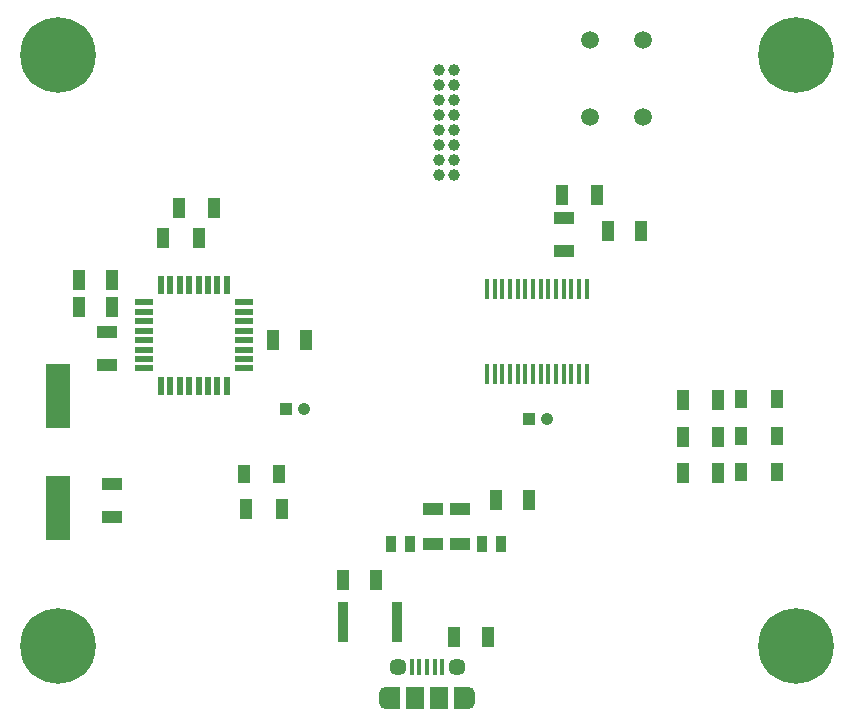
<source format=gts>
G04 #@! TF.GenerationSoftware,KiCad,Pcbnew,(5.1.9)-1*
G04 #@! TF.CreationDate,2021-05-02T01:08:58+02:00*
G04 #@! TF.ProjectId,atmega32,61746d65-6761-4333-922e-6b696361645f,rev?*
G04 #@! TF.SameCoordinates,Original*
G04 #@! TF.FileFunction,Soldermask,Top*
G04 #@! TF.FilePolarity,Negative*
%FSLAX46Y46*%
G04 Gerber Fmt 4.6, Leading zero omitted, Abs format (unit mm)*
G04 Created by KiCad (PCBNEW (5.1.9)-1) date 2021-05-02 01:08:58*
%MOMM*%
%LPD*%
G01*
G04 APERTURE LIST*
%ADD10C,1.500000*%
%ADD11R,1.020000X1.820000*%
%ADD12R,1.050000X1.050000*%
%ADD13C,1.050000*%
%ADD14R,2.000000X5.500000*%
%ADD15R,1.820000X1.020000*%
%ADD16R,1.050000X1.800000*%
%ADD17R,1.100000X1.550000*%
%ADD18C,1.000000*%
%ADD19C,0.800000*%
%ADD20C,6.400000*%
%ADD21R,1.700000X1.100000*%
%ADD22R,1.100000X1.700000*%
%ADD23R,0.850000X3.430000*%
%ADD24R,0.960000X1.390000*%
%ADD25R,0.450000X1.750000*%
%ADD26R,0.550000X1.600000*%
%ADD27R,1.600000X0.550000*%
%ADD28R,1.200000X1.900000*%
%ADD29O,1.200000X1.900000*%
%ADD30R,1.500000X1.900000*%
%ADD31C,1.450000*%
%ADD32R,0.400000X1.350000*%
G04 APERTURE END LIST*
D10*
X147610000Y-102310000D03*
X147610000Y-95810000D03*
X152110000Y-102310000D03*
X152110000Y-95810000D03*
D11*
X123574000Y-121158000D03*
X120774000Y-121158000D03*
X104394000Y-118364000D03*
X107194000Y-118364000D03*
X104388000Y-116078000D03*
X107188000Y-116078000D03*
D12*
X121920000Y-127000000D03*
D13*
X123420000Y-127000000D03*
D14*
X102630000Y-125900000D03*
X102630000Y-135400000D03*
D15*
X106770000Y-123320000D03*
X106770000Y-120520000D03*
X107188000Y-133350000D03*
X107188000Y-136150000D03*
D16*
X121555000Y-135500000D03*
X118555000Y-135500000D03*
D17*
X118330000Y-132530000D03*
X121330000Y-132530000D03*
D16*
X148240000Y-108960000D03*
X145240000Y-108960000D03*
D11*
X151990000Y-111980000D03*
X149190000Y-111980000D03*
D16*
X111506000Y-112522000D03*
X114506000Y-112522000D03*
X112824000Y-109982000D03*
X115824000Y-109982000D03*
D11*
X139680000Y-134710000D03*
X142480000Y-134710000D03*
D16*
X155490000Y-132485000D03*
X158490000Y-132485000D03*
D17*
X163450000Y-132410000D03*
X160450000Y-132410000D03*
D12*
X142490000Y-127880000D03*
D13*
X143990000Y-127880000D03*
D18*
X136144000Y-107188000D03*
X134874000Y-107188000D03*
X136144000Y-105918000D03*
X134874000Y-105918000D03*
X136144000Y-104648000D03*
X134874000Y-104648000D03*
X136144000Y-103378000D03*
X134874000Y-103378000D03*
X136144000Y-102108000D03*
X134874000Y-102108000D03*
X136144000Y-100838000D03*
X134874000Y-100838000D03*
X136144000Y-99568000D03*
X134874000Y-99568000D03*
X136144000Y-98298000D03*
X134874000Y-98298000D03*
D19*
X166797056Y-145368944D03*
X165100000Y-144666000D03*
X163402944Y-145368944D03*
X162700000Y-147066000D03*
X163402944Y-148763056D03*
X165100000Y-149466000D03*
X166797056Y-148763056D03*
X167500000Y-147066000D03*
D20*
X165100000Y-147066000D03*
D19*
X166797056Y-95368944D03*
X165100000Y-94666000D03*
X163402944Y-95368944D03*
X162700000Y-97066000D03*
X163402944Y-98763056D03*
X165100000Y-99466000D03*
X166797056Y-98763056D03*
X167500000Y-97066000D03*
D20*
X165100000Y-97066000D03*
D19*
X104313056Y-145368944D03*
X102616000Y-144666000D03*
X100918944Y-145368944D03*
X100216000Y-147066000D03*
X100918944Y-148763056D03*
X102616000Y-149466000D03*
X104313056Y-148763056D03*
X105016000Y-147066000D03*
D20*
X102616000Y-147066000D03*
D19*
X104313056Y-95368944D03*
X102616000Y-94666000D03*
X100918944Y-95368944D03*
X100216000Y-97066000D03*
X100918944Y-98763056D03*
X102616000Y-99466000D03*
X104313056Y-98763056D03*
X105016000Y-97066000D03*
D20*
X102616000Y-97066000D03*
D21*
X136652000Y-138430000D03*
X136652000Y-135530000D03*
X134366000Y-138430000D03*
X134366000Y-135530000D03*
D22*
X136144000Y-146304000D03*
X139044000Y-146304000D03*
D23*
X131318000Y-145034000D03*
X126718000Y-145034000D03*
D15*
X145420000Y-113640000D03*
X145420000Y-110840000D03*
D11*
X126746000Y-141478000D03*
X129546000Y-141478000D03*
D24*
X140120000Y-138440000D03*
X138500000Y-138440000D03*
X130762000Y-138430000D03*
X132382000Y-138430000D03*
D16*
X155490000Y-129367500D03*
X158490000Y-129367500D03*
X155490000Y-126250000D03*
X158490000Y-126250000D03*
D25*
X147375000Y-124040000D03*
X146725000Y-124040000D03*
X146075000Y-124040000D03*
X145425000Y-124040000D03*
X144775000Y-124040000D03*
X144125000Y-124040000D03*
X143475000Y-124040000D03*
X142825000Y-124040000D03*
X142175000Y-124040000D03*
X141525000Y-124040000D03*
X140875000Y-124040000D03*
X140225000Y-124040000D03*
X139575000Y-124040000D03*
X138925000Y-124040000D03*
X138925000Y-116840000D03*
X139575000Y-116840000D03*
X140225000Y-116840000D03*
X140875000Y-116840000D03*
X141525000Y-116840000D03*
X142175000Y-116840000D03*
X142825000Y-116840000D03*
X143475000Y-116840000D03*
X144125000Y-116840000D03*
X144775000Y-116840000D03*
X145425000Y-116840000D03*
X146075000Y-116840000D03*
X146725000Y-116840000D03*
X147375000Y-116840000D03*
D17*
X163450000Y-129292500D03*
X160450000Y-129292500D03*
D26*
X111300000Y-116550000D03*
X112100000Y-116550000D03*
X112900000Y-116550000D03*
X113700000Y-116550000D03*
X114500000Y-116550000D03*
X115300000Y-116550000D03*
X116100000Y-116550000D03*
X116900000Y-116550000D03*
D27*
X118350000Y-118000000D03*
X118350000Y-118800000D03*
X118350000Y-119600000D03*
X118350000Y-120400000D03*
X118350000Y-121200000D03*
X118350000Y-122000000D03*
X118350000Y-122800000D03*
X118350000Y-123600000D03*
D26*
X116900000Y-125050000D03*
X116100000Y-125050000D03*
X115300000Y-125050000D03*
X114500000Y-125050000D03*
X113700000Y-125050000D03*
X112900000Y-125050000D03*
X112100000Y-125050000D03*
X111300000Y-125050000D03*
D27*
X109850000Y-123600000D03*
X109850000Y-122800000D03*
X109850000Y-122000000D03*
X109850000Y-121200000D03*
X109850000Y-120400000D03*
X109850000Y-119600000D03*
X109850000Y-118800000D03*
X109850000Y-118000000D03*
D28*
X130958000Y-151544000D03*
X136758000Y-151544000D03*
D29*
X137358000Y-151544000D03*
X130358000Y-151544000D03*
D30*
X132858000Y-151544000D03*
D31*
X136358000Y-148844000D03*
D32*
X133858000Y-148844000D03*
X134508000Y-148844000D03*
X135158000Y-148844000D03*
X132558000Y-148844000D03*
X133208000Y-148844000D03*
D31*
X131358000Y-148844000D03*
D30*
X134858000Y-151544000D03*
D17*
X163450000Y-126175000D03*
X160450000Y-126175000D03*
M02*

</source>
